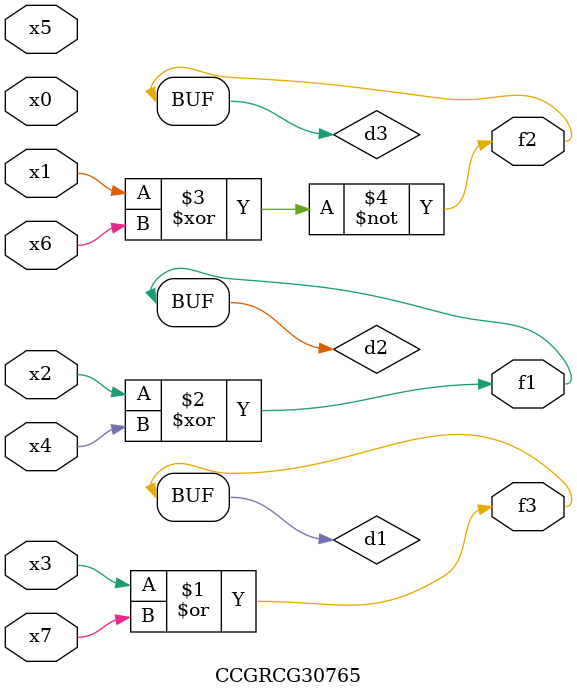
<source format=v>
module CCGRCG30765(
	input x0, x1, x2, x3, x4, x5, x6, x7,
	output f1, f2, f3
);

	wire d1, d2, d3;

	or (d1, x3, x7);
	xor (d2, x2, x4);
	xnor (d3, x1, x6);
	assign f1 = d2;
	assign f2 = d3;
	assign f3 = d1;
endmodule

</source>
